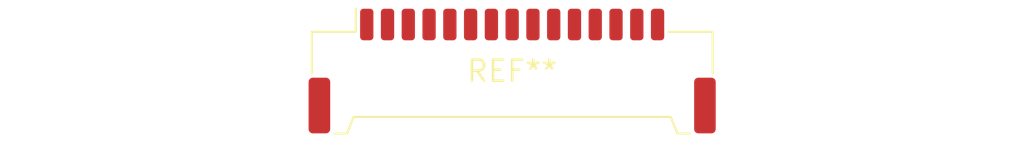
<source format=kicad_pcb>
(kicad_pcb (version 20240108) (generator pcbnew)
  (layers (0 "F.Cu" signal) (31 "B.Cu" signal) (34 "B.Paste" user) (35 "F.Paste" user) (36 "B.SilkS" user "B.Silkscreen") (37 "F.SilkS" user "F.Silkscreen") (38 "B.Mask" user) (39 "F.Mask" user) (44 "Edge.Cuts" user))
  (net 0 "")
  (footprint "Molex_Panelmate_53780-1570_1x15-1MP_P1.25mm_Horizontal" (layer "F.Cu") (at 0 0)
    (property "Reference" "REF**")
    (property "Value" "Molex_Panelmate_53780-1570_1x15-1MP_P1.25mm_Horizontal")
    (fp_line (start -12.06 -2.36) (end -9.41 -2.36) (layer "F.SilkS") (stroke (width 0.12)))
    (fp_line (start -12.06 0.14) (end -12.06 -2.36) (layer "F.SilkS") (stroke (width 0.12)))
    (fp_line (start -10.69 3.76) (end -9.94 3.76) (layer "F.SilkS") (stroke (width 0.12)))
    (fp_line (start -9.94 3.76) (end -9.54 2.76) (layer "F.SilkS") (stroke (width 0.12)))
    (fp_line (start -9.54 2.76) (end 9.54 2.76) (layer "F.SilkS") (stroke (width 0.12)))
    (fp_line (start -9.41 -2.36) (end -9.41 -3.75) (layer "F.SilkS") (stroke (width 0.12)))
    (fp_line (start 9.54 2.76) (end 9.94 3.76) (layer "F.SilkS") (stroke (width 0.12)))
    (fp_line (start 9.94 3.76) (end 10.69 3.76) (layer "F.SilkS") (stroke (width 0.12)))
    (fp_line (start 12.06 -2.36) (end 9.41 -2.36) (layer "F.SilkS") (stroke (width 0.12)))
    (fp_line (start 12.06 0.14) (end 12.06 -2.36) (layer "F.SilkS") (stroke (width 0.12)))
    (pad "1" smd roundrect (at -8.75 -2.8) (size 0.8 1.9) (layers "F.Cu" "F.Paste" "F.Mask"))
    (pad "2" smd roundrect (at -7.5 -2.8) (size 0.8 1.9) (layers "F.Cu" "F.Paste" "F.Mask"))
    (pad "3" smd roundrect (at -6.25 -2.8) (size 0.8 1.9) (layers "F.Cu" "F.Paste" "F.Mask"))
    (pad "4" smd roundrect (at -5 -2.8) (size 0.8 1.9) (layers "F.Cu" "F.Paste" "F.Mask"))
    (pad "5" smd roundrect (at -3.75 -2.8) (size 0.8 1.9) (layers "F.Cu" "F.Paste" "F.Mask"))
    (pad "6" smd roundrect (at -2.5 -2.8) (size 0.8 1.9) (layers "F.Cu" "F.Paste" "F.Mask"))
    (pad "7" smd roundrect (at -1.25 -2.8) (size 0.8 1.9) (layers "F.Cu" "F.Paste" "F.Mask"))
    (pad "8" smd roundrect (at 0 -2.8) (size 0.8 1.9) (layers "F.Cu" "F.Paste" "F.Mask"))
    (pad "9" smd roundrect (at 1.25 -2.8) (size 0.8 1.9) (layers "F.Cu" "F.Paste" "F.Mask"))
    (pad "10" smd roundrect (at 2.5 -2.8) (size 0.8 1.9) (layers "F.Cu" "F.Paste" "F.Mask"))
    (pad "11" smd roundrect (at 3.75 -2.8) (size 0.8 1.9) (layers "F.Cu" "F.Paste" "F.Mask"))
    (pad "12" smd roundrect (at 5 -2.8) (size 0.8 1.9) (layers "F.Cu" "F.Paste" "F.Mask"))
    (pad "13" smd roundrect (at 6.25 -2.8) (size 0.8 1.9) (layers "F.Cu" "F.Paste" "F.Mask"))
    (pad "14" smd roundrect (at 7.5 -2.8) (size 0.8 1.9) (layers "F.Cu" "F.Paste" "F.Mask"))
    (pad "15" smd roundrect (at 8.75 -2.8) (size 0.8 1.9) (layers "F.Cu" "F.Paste" "F.Mask"))
    (pad "MP" smd roundrect (at -11.6 2.075) (size 1.3 3.35) (layers "F.Cu" "F.Paste" "F.Mask") (roundrect_rratio 0.192308))
    (pad "MP" smd roundrect (at 11.6 2.075) (size 1.3 3.35) (layers "F.Cu" "F.Paste" "F.Mask") (roundrect_rratio 0.192308))
  )
)
</source>
